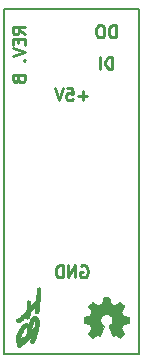
<source format=gbo>
G04 #@! TF.FileFunction,Legend,Bot*
%FSLAX46Y46*%
G04 Gerber Fmt 4.6, Leading zero omitted, Abs format (unit mm)*
G04 Created by KiCad (PCBNEW (2016-05-03 BZR 6266)-product) date Mon Jul 11 04:52:19 2016*
%MOMM*%
%LPD*%
G01*
G04 APERTURE LIST*
%ADD10C,0.350000*%
%ADD11C,0.254000*%
%ADD12C,0.150000*%
%ADD13C,0.050000*%
%ADD14C,0.002540*%
G04 APERTURE END LIST*
D10*
D11*
X142064619Y-89087476D02*
X141580810Y-88748810D01*
X142064619Y-88506905D02*
X141048619Y-88506905D01*
X141048619Y-88893952D01*
X141097000Y-88990714D01*
X141145381Y-89039095D01*
X141242143Y-89087476D01*
X141387286Y-89087476D01*
X141484048Y-89039095D01*
X141532429Y-88990714D01*
X141580810Y-88893952D01*
X141580810Y-88506905D01*
X141532429Y-89522905D02*
X141532429Y-89861571D01*
X142064619Y-90006714D02*
X142064619Y-89522905D01*
X141048619Y-89522905D01*
X141048619Y-90006714D01*
X141048619Y-90297000D02*
X142064619Y-90635667D01*
X141048619Y-90974333D01*
X141967857Y-91313000D02*
X142016238Y-91361381D01*
X142064619Y-91313000D01*
X142016238Y-91264619D01*
X141967857Y-91313000D01*
X142064619Y-91313000D01*
X141532429Y-92909571D02*
X141580810Y-93054714D01*
X141629190Y-93103095D01*
X141725952Y-93151476D01*
X141871095Y-93151476D01*
X141967857Y-93103095D01*
X142016238Y-93054714D01*
X142064619Y-92957952D01*
X142064619Y-92570905D01*
X141048619Y-92570905D01*
X141048619Y-92909571D01*
X141097000Y-93006333D01*
X141145381Y-93054714D01*
X141242143Y-93103095D01*
X141338905Y-93103095D01*
X141435667Y-93054714D01*
X141484048Y-93006333D01*
X141532429Y-92909571D01*
X141532429Y-92570905D01*
X149769285Y-89359619D02*
X149769285Y-88343619D01*
X149527380Y-88343619D01*
X149382238Y-88392000D01*
X149285476Y-88488762D01*
X149237095Y-88585524D01*
X149188714Y-88779048D01*
X149188714Y-88924190D01*
X149237095Y-89117714D01*
X149285476Y-89214476D01*
X149382238Y-89311238D01*
X149527380Y-89359619D01*
X149769285Y-89359619D01*
X148559761Y-88343619D02*
X148366238Y-88343619D01*
X148269476Y-88392000D01*
X148172714Y-88488762D01*
X148124333Y-88682286D01*
X148124333Y-89020952D01*
X148172714Y-89214476D01*
X148269476Y-89311238D01*
X148366238Y-89359619D01*
X148559761Y-89359619D01*
X148656523Y-89311238D01*
X148753285Y-89214476D01*
X148801666Y-89020952D01*
X148801666Y-88682286D01*
X148753285Y-88488762D01*
X148656523Y-88392000D01*
X148559761Y-88343619D01*
X149479000Y-92026619D02*
X149479000Y-91010619D01*
X149237095Y-91010619D01*
X149091953Y-91059000D01*
X148995191Y-91155762D01*
X148946810Y-91252524D01*
X148898429Y-91446048D01*
X148898429Y-91591190D01*
X148946810Y-91784714D01*
X148995191Y-91881476D01*
X149091953Y-91978238D01*
X149237095Y-92026619D01*
X149479000Y-92026619D01*
X148463000Y-92026619D02*
X148463000Y-91010619D01*
X146824095Y-108712000D02*
X146920857Y-108663619D01*
X147066000Y-108663619D01*
X147211142Y-108712000D01*
X147307904Y-108808762D01*
X147356285Y-108905524D01*
X147404666Y-109099048D01*
X147404666Y-109244190D01*
X147356285Y-109437714D01*
X147307904Y-109534476D01*
X147211142Y-109631238D01*
X147066000Y-109679619D01*
X146969238Y-109679619D01*
X146824095Y-109631238D01*
X146775714Y-109582857D01*
X146775714Y-109244190D01*
X146969238Y-109244190D01*
X146340285Y-109679619D02*
X146340285Y-108663619D01*
X145759714Y-109679619D01*
X145759714Y-108663619D01*
X145275904Y-109679619D02*
X145275904Y-108663619D01*
X145033999Y-108663619D01*
X144888857Y-108712000D01*
X144792095Y-108808762D01*
X144743714Y-108905524D01*
X144695333Y-109099048D01*
X144695333Y-109244190D01*
X144743714Y-109437714D01*
X144792095Y-109534476D01*
X144888857Y-109631238D01*
X145033999Y-109679619D01*
X145275904Y-109679619D01*
X147356285Y-94306571D02*
X146582190Y-94306571D01*
X146969238Y-94693619D02*
X146969238Y-93919524D01*
X145614571Y-93677619D02*
X146098380Y-93677619D01*
X146146761Y-94161429D01*
X146098380Y-94113048D01*
X146001618Y-94064667D01*
X145759714Y-94064667D01*
X145662952Y-94113048D01*
X145614571Y-94161429D01*
X145566190Y-94258190D01*
X145566190Y-94500095D01*
X145614571Y-94596857D01*
X145662952Y-94645238D01*
X145759714Y-94693619D01*
X146001618Y-94693619D01*
X146098380Y-94645238D01*
X146146761Y-94596857D01*
X145275904Y-93677619D02*
X144937237Y-94693619D01*
X144598571Y-93677619D01*
D12*
X140335000Y-86995000D02*
X140335000Y-116205000D01*
X151765000Y-86995000D02*
X140335000Y-86995000D01*
X151765000Y-116205000D02*
X151765000Y-86995000D01*
X140335000Y-116205000D02*
X151765000Y-116205000D01*
D13*
G36*
X142892379Y-112955960D02*
X142829298Y-112959227D01*
X142774945Y-112971312D01*
X142761861Y-112976516D01*
X142701545Y-113014324D01*
X142641804Y-113072202D01*
X142583342Y-113149052D01*
X142530729Y-113237293D01*
X142914248Y-113237293D01*
X142928650Y-113263292D01*
X142939792Y-113297345D01*
X142946470Y-113349147D01*
X142948780Y-113415777D01*
X142946820Y-113494317D01*
X142940687Y-113581846D01*
X142930478Y-113675444D01*
X142916291Y-113772190D01*
X142910588Y-113805230D01*
X142902365Y-113849329D01*
X142895695Y-113876600D01*
X142888578Y-113891082D01*
X142879016Y-113896814D01*
X142865010Y-113897834D01*
X142864745Y-113897834D01*
X142846918Y-113899774D01*
X142828778Y-113906956D01*
X142808001Y-113921426D01*
X142782266Y-113945227D01*
X142749251Y-113980403D01*
X142706634Y-114028999D01*
X142678860Y-114061482D01*
X142642636Y-114103840D01*
X142611486Y-114139820D01*
X142587851Y-114166635D01*
X142574175Y-114181501D01*
X142571815Y-114183584D01*
X142570756Y-114177407D01*
X142573623Y-114157857D01*
X142580746Y-114123404D01*
X142592455Y-114072517D01*
X142609082Y-114003667D01*
X142622138Y-113950750D01*
X142655794Y-113823707D01*
X142691842Y-113703312D01*
X142729393Y-113591873D01*
X142767557Y-113491696D01*
X142805444Y-113405087D01*
X142842164Y-113334352D01*
X142876828Y-113281797D01*
X142883262Y-113273876D01*
X142914248Y-113237293D01*
X142530729Y-113237293D01*
X142526863Y-113243776D01*
X142473069Y-113355279D01*
X142422664Y-113482463D01*
X142405205Y-113532709D01*
X142391686Y-113572992D01*
X142380578Y-113606048D01*
X142373741Y-113626346D01*
X142372754Y-113629255D01*
X142361598Y-113631286D01*
X142334760Y-113622546D01*
X142297785Y-113605442D01*
X142255353Y-113585719D01*
X142220505Y-113574868D01*
X142182963Y-113570405D01*
X142150190Y-113569750D01*
X142086830Y-113575041D01*
X142026758Y-113592015D01*
X141966887Y-113622326D01*
X141904129Y-113667626D01*
X141835395Y-113729571D01*
X141816167Y-113748604D01*
X141719280Y-113858179D01*
X141706012Y-113876667D01*
X142168902Y-113876667D01*
X142186601Y-113886693D01*
X142202712Y-113914583D01*
X142216564Y-113957052D01*
X142227483Y-114010818D01*
X142234798Y-114072597D01*
X142237835Y-114139106D01*
X142236078Y-114204750D01*
X142218967Y-114359656D01*
X142188469Y-114517084D01*
X142181746Y-114544600D01*
X142171889Y-114578876D01*
X142159835Y-114606935D01*
X142142112Y-114634424D01*
X142115252Y-114666986D01*
X142088100Y-114696965D01*
X142012121Y-114779356D01*
X141978420Y-114761928D01*
X141934405Y-114747565D01*
X141886903Y-114745232D01*
X141844067Y-114754704D01*
X141823641Y-114766235D01*
X141802566Y-114791246D01*
X141786089Y-114825297D01*
X141783912Y-114832381D01*
X141766120Y-114894784D01*
X141750678Y-114941266D01*
X141735674Y-114976640D01*
X141719197Y-115005719D01*
X141709458Y-115019887D01*
X141690258Y-115043449D01*
X141675476Y-115056307D01*
X141670367Y-115056957D01*
X141661466Y-115039775D01*
X141652041Y-115008898D01*
X141643855Y-114971675D01*
X141638674Y-114935454D01*
X141637790Y-114921325D01*
X141639466Y-114890891D01*
X141644856Y-114848655D01*
X141652821Y-114803419D01*
X141653407Y-114800550D01*
X141679532Y-114699537D01*
X141717688Y-114587574D01*
X141765760Y-114469453D01*
X141821635Y-114349969D01*
X141883196Y-114233916D01*
X141948329Y-114126088D01*
X141956383Y-114113781D01*
X141993803Y-114060087D01*
X142033392Y-114008359D01*
X142072583Y-113961461D01*
X142108808Y-113922255D01*
X142139503Y-113893607D01*
X142162099Y-113878378D01*
X142168902Y-113876667D01*
X141706012Y-113876667D01*
X141628277Y-113984978D01*
X141544956Y-114125453D01*
X141471116Y-114276061D01*
X141408556Y-114433254D01*
X141359074Y-114593488D01*
X141334776Y-114697588D01*
X141321218Y-114778828D01*
X141312639Y-114861281D01*
X141309178Y-114940110D01*
X141310975Y-115010480D01*
X141318170Y-115067554D01*
X141323471Y-115088459D01*
X141345977Y-115146611D01*
X141377057Y-115201564D01*
X141408040Y-115244958D01*
X141444826Y-115293151D01*
X141423681Y-115333680D01*
X141407003Y-115385870D01*
X141409030Y-115437457D01*
X141427493Y-115484995D01*
X141460122Y-115525041D01*
X141504647Y-115554151D01*
X141558798Y-115568880D01*
X141579418Y-115570000D01*
X141617733Y-115567909D01*
X141651840Y-115562596D01*
X141664127Y-115559068D01*
X141690609Y-115544033D01*
X141729795Y-115514851D01*
X141780147Y-115473037D01*
X141840126Y-115420101D01*
X141908195Y-115357557D01*
X141982815Y-115286918D01*
X142062448Y-115209695D01*
X142145557Y-115127401D01*
X142230601Y-115041549D01*
X142316044Y-114953651D01*
X142400348Y-114865220D01*
X142481973Y-114777768D01*
X142559383Y-114692808D01*
X142631037Y-114611851D01*
X142651534Y-114588162D01*
X142681821Y-114553308D01*
X142706288Y-114525834D01*
X142722164Y-114508806D01*
X142726834Y-114504837D01*
X142723590Y-114515825D01*
X142714679Y-114543114D01*
X142701337Y-114582992D01*
X142684796Y-114631751D01*
X142678492Y-114650191D01*
X142637948Y-114762461D01*
X142600375Y-114853862D01*
X142565787Y-114924369D01*
X142534194Y-114973955D01*
X142525986Y-114983974D01*
X142500483Y-115027313D01*
X142493479Y-115074534D01*
X142503940Y-115121355D01*
X142530837Y-115163495D01*
X142573137Y-115196672D01*
X142577830Y-115199157D01*
X142634770Y-115217085D01*
X142692962Y-115215346D01*
X142748309Y-115194752D01*
X142796718Y-115156117D01*
X142797160Y-115155635D01*
X142819169Y-115125276D01*
X142846333Y-115077780D01*
X142877338Y-115016161D01*
X142910868Y-114943436D01*
X142945609Y-114862620D01*
X142980244Y-114776729D01*
X143013460Y-114688778D01*
X143043941Y-114601783D01*
X143059518Y-114554000D01*
X143095635Y-114432990D01*
X143129641Y-114305965D01*
X143161073Y-114175616D01*
X143189465Y-114044633D01*
X143214357Y-113915707D01*
X143235283Y-113791528D01*
X143251781Y-113674787D01*
X143263387Y-113568175D01*
X143269639Y-113474382D01*
X143270072Y-113396099D01*
X143266600Y-113351457D01*
X143245518Y-113251042D01*
X143210211Y-113162321D01*
X143161854Y-113087024D01*
X143101621Y-113026885D01*
X143030685Y-112983637D01*
X143012161Y-112975950D01*
X142956047Y-112961528D01*
X142892379Y-112955960D01*
X142892379Y-112955960D01*
X142892379Y-112955960D01*
G37*
X142892379Y-112955960D02*
X142829298Y-112959227D01*
X142774945Y-112971312D01*
X142761861Y-112976516D01*
X142701545Y-113014324D01*
X142641804Y-113072202D01*
X142583342Y-113149052D01*
X142530729Y-113237293D01*
X142914248Y-113237293D01*
X142928650Y-113263292D01*
X142939792Y-113297345D01*
X142946470Y-113349147D01*
X142948780Y-113415777D01*
X142946820Y-113494317D01*
X142940687Y-113581846D01*
X142930478Y-113675444D01*
X142916291Y-113772190D01*
X142910588Y-113805230D01*
X142902365Y-113849329D01*
X142895695Y-113876600D01*
X142888578Y-113891082D01*
X142879016Y-113896814D01*
X142865010Y-113897834D01*
X142864745Y-113897834D01*
X142846918Y-113899774D01*
X142828778Y-113906956D01*
X142808001Y-113921426D01*
X142782266Y-113945227D01*
X142749251Y-113980403D01*
X142706634Y-114028999D01*
X142678860Y-114061482D01*
X142642636Y-114103840D01*
X142611486Y-114139820D01*
X142587851Y-114166635D01*
X142574175Y-114181501D01*
X142571815Y-114183584D01*
X142570756Y-114177407D01*
X142573623Y-114157857D01*
X142580746Y-114123404D01*
X142592455Y-114072517D01*
X142609082Y-114003667D01*
X142622138Y-113950750D01*
X142655794Y-113823707D01*
X142691842Y-113703312D01*
X142729393Y-113591873D01*
X142767557Y-113491696D01*
X142805444Y-113405087D01*
X142842164Y-113334352D01*
X142876828Y-113281797D01*
X142883262Y-113273876D01*
X142914248Y-113237293D01*
X142530729Y-113237293D01*
X142526863Y-113243776D01*
X142473069Y-113355279D01*
X142422664Y-113482463D01*
X142405205Y-113532709D01*
X142391686Y-113572992D01*
X142380578Y-113606048D01*
X142373741Y-113626346D01*
X142372754Y-113629255D01*
X142361598Y-113631286D01*
X142334760Y-113622546D01*
X142297785Y-113605442D01*
X142255353Y-113585719D01*
X142220505Y-113574868D01*
X142182963Y-113570405D01*
X142150190Y-113569750D01*
X142086830Y-113575041D01*
X142026758Y-113592015D01*
X141966887Y-113622326D01*
X141904129Y-113667626D01*
X141835395Y-113729571D01*
X141816167Y-113748604D01*
X141719280Y-113858179D01*
X141706012Y-113876667D01*
X142168902Y-113876667D01*
X142186601Y-113886693D01*
X142202712Y-113914583D01*
X142216564Y-113957052D01*
X142227483Y-114010818D01*
X142234798Y-114072597D01*
X142237835Y-114139106D01*
X142236078Y-114204750D01*
X142218967Y-114359656D01*
X142188469Y-114517084D01*
X142181746Y-114544600D01*
X142171889Y-114578876D01*
X142159835Y-114606935D01*
X142142112Y-114634424D01*
X142115252Y-114666986D01*
X142088100Y-114696965D01*
X142012121Y-114779356D01*
X141978420Y-114761928D01*
X141934405Y-114747565D01*
X141886903Y-114745232D01*
X141844067Y-114754704D01*
X141823641Y-114766235D01*
X141802566Y-114791246D01*
X141786089Y-114825297D01*
X141783912Y-114832381D01*
X141766120Y-114894784D01*
X141750678Y-114941266D01*
X141735674Y-114976640D01*
X141719197Y-115005719D01*
X141709458Y-115019887D01*
X141690258Y-115043449D01*
X141675476Y-115056307D01*
X141670367Y-115056957D01*
X141661466Y-115039775D01*
X141652041Y-115008898D01*
X141643855Y-114971675D01*
X141638674Y-114935454D01*
X141637790Y-114921325D01*
X141639466Y-114890891D01*
X141644856Y-114848655D01*
X141652821Y-114803419D01*
X141653407Y-114800550D01*
X141679532Y-114699537D01*
X141717688Y-114587574D01*
X141765760Y-114469453D01*
X141821635Y-114349969D01*
X141883196Y-114233916D01*
X141948329Y-114126088D01*
X141956383Y-114113781D01*
X141993803Y-114060087D01*
X142033392Y-114008359D01*
X142072583Y-113961461D01*
X142108808Y-113922255D01*
X142139503Y-113893607D01*
X142162099Y-113878378D01*
X142168902Y-113876667D01*
X141706012Y-113876667D01*
X141628277Y-113984978D01*
X141544956Y-114125453D01*
X141471116Y-114276061D01*
X141408556Y-114433254D01*
X141359074Y-114593488D01*
X141334776Y-114697588D01*
X141321218Y-114778828D01*
X141312639Y-114861281D01*
X141309178Y-114940110D01*
X141310975Y-115010480D01*
X141318170Y-115067554D01*
X141323471Y-115088459D01*
X141345977Y-115146611D01*
X141377057Y-115201564D01*
X141408040Y-115244958D01*
X141444826Y-115293151D01*
X141423681Y-115333680D01*
X141407003Y-115385870D01*
X141409030Y-115437457D01*
X141427493Y-115484995D01*
X141460122Y-115525041D01*
X141504647Y-115554151D01*
X141558798Y-115568880D01*
X141579418Y-115570000D01*
X141617733Y-115567909D01*
X141651840Y-115562596D01*
X141664127Y-115559068D01*
X141690609Y-115544033D01*
X141729795Y-115514851D01*
X141780147Y-115473037D01*
X141840126Y-115420101D01*
X141908195Y-115357557D01*
X141982815Y-115286918D01*
X142062448Y-115209695D01*
X142145557Y-115127401D01*
X142230601Y-115041549D01*
X142316044Y-114953651D01*
X142400348Y-114865220D01*
X142481973Y-114777768D01*
X142559383Y-114692808D01*
X142631037Y-114611851D01*
X142651534Y-114588162D01*
X142681821Y-114553308D01*
X142706288Y-114525834D01*
X142722164Y-114508806D01*
X142726834Y-114504837D01*
X142723590Y-114515825D01*
X142714679Y-114543114D01*
X142701337Y-114582992D01*
X142684796Y-114631751D01*
X142678492Y-114650191D01*
X142637948Y-114762461D01*
X142600375Y-114853862D01*
X142565787Y-114924369D01*
X142534194Y-114973955D01*
X142525986Y-114983974D01*
X142500483Y-115027313D01*
X142493479Y-115074534D01*
X142503940Y-115121355D01*
X142530837Y-115163495D01*
X142573137Y-115196672D01*
X142577830Y-115199157D01*
X142634770Y-115217085D01*
X142692962Y-115215346D01*
X142748309Y-115194752D01*
X142796718Y-115156117D01*
X142797160Y-115155635D01*
X142819169Y-115125276D01*
X142846333Y-115077780D01*
X142877338Y-115016161D01*
X142910868Y-114943436D01*
X142945609Y-114862620D01*
X142980244Y-114776729D01*
X143013460Y-114688778D01*
X143043941Y-114601783D01*
X143059518Y-114554000D01*
X143095635Y-114432990D01*
X143129641Y-114305965D01*
X143161073Y-114175616D01*
X143189465Y-114044633D01*
X143214357Y-113915707D01*
X143235283Y-113791528D01*
X143251781Y-113674787D01*
X143263387Y-113568175D01*
X143269639Y-113474382D01*
X143270072Y-113396099D01*
X143266600Y-113351457D01*
X143245518Y-113251042D01*
X143210211Y-113162321D01*
X143161854Y-113087024D01*
X143101621Y-113026885D01*
X143030685Y-112983637D01*
X143012161Y-112975950D01*
X142956047Y-112961528D01*
X142892379Y-112955960D01*
X142892379Y-112955960D01*
G36*
X143248303Y-110532417D02*
X143200837Y-110538952D01*
X143154347Y-110556692D01*
X143114337Y-110584575D01*
X143099617Y-110600521D01*
X143091819Y-110612724D01*
X143085886Y-110628982D01*
X143081368Y-110652647D01*
X143077815Y-110687067D01*
X143074776Y-110735591D01*
X143071801Y-110801568D01*
X143071467Y-110809837D01*
X143068615Y-110875783D01*
X143064799Y-110956718D01*
X143060326Y-111046507D01*
X143055506Y-111139011D01*
X143050645Y-111228092D01*
X143048994Y-111257292D01*
X143044839Y-111330426D01*
X143041116Y-111396837D01*
X143037989Y-111453511D01*
X143035624Y-111497437D01*
X143034184Y-111525602D01*
X143033810Y-111534703D01*
X143027349Y-111547540D01*
X143009854Y-111572669D01*
X142984083Y-111606324D01*
X142956306Y-111640536D01*
X142929597Y-111671928D01*
X142894076Y-111712680D01*
X142851935Y-111760372D01*
X142805367Y-111812584D01*
X142756564Y-111866895D01*
X142707718Y-111920886D01*
X142661023Y-111972136D01*
X142618670Y-112018226D01*
X142582853Y-112056735D01*
X142555763Y-112085243D01*
X142539594Y-112101331D01*
X142536599Y-112103795D01*
X142533152Y-112096264D01*
X142531336Y-112070033D01*
X142531209Y-112027511D01*
X142532830Y-111971108D01*
X142533145Y-111963517D01*
X142535289Y-111890715D01*
X142534157Y-111834906D01*
X142529008Y-111792068D01*
X142519103Y-111758181D01*
X142503700Y-111729221D01*
X142485591Y-111705309D01*
X142447696Y-111671465D01*
X142402171Y-111647514D01*
X142354907Y-111635330D01*
X142311800Y-111636785D01*
X142292331Y-111643898D01*
X142279651Y-111651808D01*
X142269307Y-111662043D01*
X142261013Y-111676746D01*
X142254486Y-111698055D01*
X142249441Y-111728114D01*
X142245595Y-111769063D01*
X142242663Y-111823044D01*
X142240361Y-111892198D01*
X142238406Y-111978665D01*
X142236901Y-112061625D01*
X142235159Y-112146671D01*
X142232993Y-112225847D01*
X142230519Y-112296431D01*
X142227853Y-112355700D01*
X142225112Y-112400932D01*
X142222413Y-112429404D01*
X142220816Y-112437433D01*
X142209868Y-112454067D01*
X142185785Y-112483191D01*
X142150679Y-112522616D01*
X142106666Y-112570153D01*
X142055859Y-112623613D01*
X142000372Y-112680807D01*
X141942319Y-112739545D01*
X141883815Y-112797638D01*
X141826972Y-112852898D01*
X141773905Y-112903136D01*
X141748388Y-112926653D01*
X141652694Y-113011443D01*
X141568157Y-113081066D01*
X141492866Y-113137006D01*
X141424910Y-113180748D01*
X141411501Y-113188462D01*
X141361802Y-113222118D01*
X141332195Y-113256992D01*
X141321634Y-113295434D01*
X141329076Y-113339793D01*
X141336110Y-113358008D01*
X141368998Y-113411713D01*
X141416873Y-113452817D01*
X141440142Y-113466095D01*
X141479224Y-113479717D01*
X141521886Y-113481155D01*
X141570163Y-113469675D01*
X141626095Y-113444543D01*
X141691720Y-113405023D01*
X141769074Y-113350382D01*
X141776534Y-113344807D01*
X141816664Y-113314438D01*
X141851150Y-113287505D01*
X141883672Y-113260861D01*
X141917907Y-113231356D01*
X141957536Y-113195841D01*
X142006235Y-113151168D01*
X142048513Y-113112000D01*
X142126901Y-113039216D01*
X142139905Y-113077042D01*
X142156449Y-113115522D01*
X142177273Y-113139097D01*
X142208656Y-113153932D01*
X142222268Y-113157925D01*
X142271190Y-113164273D01*
X142321885Y-113159575D01*
X142368801Y-113145529D01*
X142406384Y-113123833D01*
X142429082Y-113096186D01*
X142429812Y-113094467D01*
X142434951Y-113075360D01*
X142442434Y-113039202D01*
X142451599Y-112989895D01*
X142461785Y-112931341D01*
X142472331Y-112867441D01*
X142482575Y-112802096D01*
X142491856Y-112739209D01*
X142499214Y-112685019D01*
X142501775Y-112668789D01*
X142506040Y-112653450D01*
X142513561Y-112636887D01*
X142525888Y-112616985D01*
X142544573Y-112591628D01*
X142571167Y-112558703D01*
X142607223Y-112516093D01*
X142654290Y-112461684D01*
X142709083Y-112398895D01*
X142763130Y-112337027D01*
X142814579Y-112278062D01*
X142861220Y-112224538D01*
X142900843Y-112178994D01*
X142931238Y-112143966D01*
X142950196Y-112121994D01*
X142951730Y-112120201D01*
X142972713Y-112097420D01*
X142987098Y-112085263D01*
X142991417Y-112085578D01*
X142990345Y-112099392D01*
X142987360Y-112130789D01*
X142982808Y-112176308D01*
X142977036Y-112232485D01*
X142970390Y-112295859D01*
X142969898Y-112300510D01*
X142960482Y-112382385D01*
X142951439Y-112447267D01*
X142942972Y-112493915D01*
X142935285Y-112521090D01*
X142932856Y-112525716D01*
X142924056Y-112549524D01*
X142918671Y-112585711D01*
X142917217Y-112625686D01*
X142920207Y-112660861D01*
X142923908Y-112674985D01*
X142942940Y-112697329D01*
X142976998Y-112713086D01*
X143020797Y-112721631D01*
X143069051Y-112722338D01*
X143116478Y-112714581D01*
X143150434Y-112701781D01*
X143180508Y-112682726D01*
X143204037Y-112661476D01*
X143208278Y-112655926D01*
X143216832Y-112633379D01*
X143226281Y-112591533D01*
X143236453Y-112532229D01*
X143247175Y-112457309D01*
X143258275Y-112368615D01*
X143269580Y-112267986D01*
X143280918Y-112157265D01*
X143292117Y-112038293D01*
X143303004Y-111912911D01*
X143313406Y-111782959D01*
X143323152Y-111650280D01*
X143332069Y-111516715D01*
X143339984Y-111384104D01*
X143346726Y-111254289D01*
X143352121Y-111129111D01*
X143352704Y-111113556D01*
X143356847Y-110987856D01*
X143359211Y-110881680D01*
X143359714Y-110793455D01*
X143358276Y-110721605D01*
X143354817Y-110664557D01*
X143349254Y-110620736D01*
X143341509Y-110588569D01*
X143331499Y-110566482D01*
X143324167Y-110557204D01*
X143291247Y-110538147D01*
X143248303Y-110532417D01*
X143248303Y-110532417D01*
X143248303Y-110532417D01*
G37*
X143248303Y-110532417D02*
X143200837Y-110538952D01*
X143154347Y-110556692D01*
X143114337Y-110584575D01*
X143099617Y-110600521D01*
X143091819Y-110612724D01*
X143085886Y-110628982D01*
X143081368Y-110652647D01*
X143077815Y-110687067D01*
X143074776Y-110735591D01*
X143071801Y-110801568D01*
X143071467Y-110809837D01*
X143068615Y-110875783D01*
X143064799Y-110956718D01*
X143060326Y-111046507D01*
X143055506Y-111139011D01*
X143050645Y-111228092D01*
X143048994Y-111257292D01*
X143044839Y-111330426D01*
X143041116Y-111396837D01*
X143037989Y-111453511D01*
X143035624Y-111497437D01*
X143034184Y-111525602D01*
X143033810Y-111534703D01*
X143027349Y-111547540D01*
X143009854Y-111572669D01*
X142984083Y-111606324D01*
X142956306Y-111640536D01*
X142929597Y-111671928D01*
X142894076Y-111712680D01*
X142851935Y-111760372D01*
X142805367Y-111812584D01*
X142756564Y-111866895D01*
X142707718Y-111920886D01*
X142661023Y-111972136D01*
X142618670Y-112018226D01*
X142582853Y-112056735D01*
X142555763Y-112085243D01*
X142539594Y-112101331D01*
X142536599Y-112103795D01*
X142533152Y-112096264D01*
X142531336Y-112070033D01*
X142531209Y-112027511D01*
X142532830Y-111971108D01*
X142533145Y-111963517D01*
X142535289Y-111890715D01*
X142534157Y-111834906D01*
X142529008Y-111792068D01*
X142519103Y-111758181D01*
X142503700Y-111729221D01*
X142485591Y-111705309D01*
X142447696Y-111671465D01*
X142402171Y-111647514D01*
X142354907Y-111635330D01*
X142311800Y-111636785D01*
X142292331Y-111643898D01*
X142279651Y-111651808D01*
X142269307Y-111662043D01*
X142261013Y-111676746D01*
X142254486Y-111698055D01*
X142249441Y-111728114D01*
X142245595Y-111769063D01*
X142242663Y-111823044D01*
X142240361Y-111892198D01*
X142238406Y-111978665D01*
X142236901Y-112061625D01*
X142235159Y-112146671D01*
X142232993Y-112225847D01*
X142230519Y-112296431D01*
X142227853Y-112355700D01*
X142225112Y-112400932D01*
X142222413Y-112429404D01*
X142220816Y-112437433D01*
X142209868Y-112454067D01*
X142185785Y-112483191D01*
X142150679Y-112522616D01*
X142106666Y-112570153D01*
X142055859Y-112623613D01*
X142000372Y-112680807D01*
X141942319Y-112739545D01*
X141883815Y-112797638D01*
X141826972Y-112852898D01*
X141773905Y-112903136D01*
X141748388Y-112926653D01*
X141652694Y-113011443D01*
X141568157Y-113081066D01*
X141492866Y-113137006D01*
X141424910Y-113180748D01*
X141411501Y-113188462D01*
X141361802Y-113222118D01*
X141332195Y-113256992D01*
X141321634Y-113295434D01*
X141329076Y-113339793D01*
X141336110Y-113358008D01*
X141368998Y-113411713D01*
X141416873Y-113452817D01*
X141440142Y-113466095D01*
X141479224Y-113479717D01*
X141521886Y-113481155D01*
X141570163Y-113469675D01*
X141626095Y-113444543D01*
X141691720Y-113405023D01*
X141769074Y-113350382D01*
X141776534Y-113344807D01*
X141816664Y-113314438D01*
X141851150Y-113287505D01*
X141883672Y-113260861D01*
X141917907Y-113231356D01*
X141957536Y-113195841D01*
X142006235Y-113151168D01*
X142048513Y-113112000D01*
X142126901Y-113039216D01*
X142139905Y-113077042D01*
X142156449Y-113115522D01*
X142177273Y-113139097D01*
X142208656Y-113153932D01*
X142222268Y-113157925D01*
X142271190Y-113164273D01*
X142321885Y-113159575D01*
X142368801Y-113145529D01*
X142406384Y-113123833D01*
X142429082Y-113096186D01*
X142429812Y-113094467D01*
X142434951Y-113075360D01*
X142442434Y-113039202D01*
X142451599Y-112989895D01*
X142461785Y-112931341D01*
X142472331Y-112867441D01*
X142482575Y-112802096D01*
X142491856Y-112739209D01*
X142499214Y-112685019D01*
X142501775Y-112668789D01*
X142506040Y-112653450D01*
X142513561Y-112636887D01*
X142525888Y-112616985D01*
X142544573Y-112591628D01*
X142571167Y-112558703D01*
X142607223Y-112516093D01*
X142654290Y-112461684D01*
X142709083Y-112398895D01*
X142763130Y-112337027D01*
X142814579Y-112278062D01*
X142861220Y-112224538D01*
X142900843Y-112178994D01*
X142931238Y-112143966D01*
X142950196Y-112121994D01*
X142951730Y-112120201D01*
X142972713Y-112097420D01*
X142987098Y-112085263D01*
X142991417Y-112085578D01*
X142990345Y-112099392D01*
X142987360Y-112130789D01*
X142982808Y-112176308D01*
X142977036Y-112232485D01*
X142970390Y-112295859D01*
X142969898Y-112300510D01*
X142960482Y-112382385D01*
X142951439Y-112447267D01*
X142942972Y-112493915D01*
X142935285Y-112521090D01*
X142932856Y-112525716D01*
X142924056Y-112549524D01*
X142918671Y-112585711D01*
X142917217Y-112625686D01*
X142920207Y-112660861D01*
X142923908Y-112674985D01*
X142942940Y-112697329D01*
X142976998Y-112713086D01*
X143020797Y-112721631D01*
X143069051Y-112722338D01*
X143116478Y-112714581D01*
X143150434Y-112701781D01*
X143180508Y-112682726D01*
X143204037Y-112661476D01*
X143208278Y-112655926D01*
X143216832Y-112633379D01*
X143226281Y-112591533D01*
X143236453Y-112532229D01*
X143247175Y-112457309D01*
X143258275Y-112368615D01*
X143269580Y-112267986D01*
X143280918Y-112157265D01*
X143292117Y-112038293D01*
X143303004Y-111912911D01*
X143313406Y-111782959D01*
X143323152Y-111650280D01*
X143332069Y-111516715D01*
X143339984Y-111384104D01*
X143346726Y-111254289D01*
X143352121Y-111129111D01*
X143352704Y-111113556D01*
X143356847Y-110987856D01*
X143359211Y-110881680D01*
X143359714Y-110793455D01*
X143358276Y-110721605D01*
X143354817Y-110664557D01*
X143349254Y-110620736D01*
X143341509Y-110588569D01*
X143331499Y-110566482D01*
X143324167Y-110557204D01*
X143291247Y-110538147D01*
X143248303Y-110532417D01*
X143248303Y-110532417D01*
D14*
G36*
X150124160Y-114802920D02*
X150103840Y-114792760D01*
X150060660Y-114764820D01*
X149997160Y-114721640D01*
X149920960Y-114673380D01*
X149847300Y-114620040D01*
X149783800Y-114579400D01*
X149740620Y-114551460D01*
X149722840Y-114541300D01*
X149712680Y-114546380D01*
X149677120Y-114561620D01*
X149623780Y-114589560D01*
X149595840Y-114604800D01*
X149547580Y-114625120D01*
X149522180Y-114630200D01*
X149519640Y-114622580D01*
X149501860Y-114587020D01*
X149473920Y-114523520D01*
X149438360Y-114442240D01*
X149397720Y-114345720D01*
X149352000Y-114241580D01*
X149308820Y-114134900D01*
X149265640Y-114033300D01*
X149230080Y-113941860D01*
X149199600Y-113868200D01*
X149179280Y-113817400D01*
X149171660Y-113794540D01*
X149174200Y-113789460D01*
X149199600Y-113766600D01*
X149240240Y-113736120D01*
X149329140Y-113662460D01*
X149420580Y-113550700D01*
X149473920Y-113423700D01*
X149491700Y-113284000D01*
X149476460Y-113157000D01*
X149425660Y-113030000D01*
X149339300Y-112918240D01*
X149232620Y-112834420D01*
X149108160Y-112783620D01*
X148971000Y-112765840D01*
X148838920Y-112781080D01*
X148711920Y-112831880D01*
X148600160Y-112915700D01*
X148551900Y-112971580D01*
X148485860Y-113085880D01*
X148450300Y-113207800D01*
X148445220Y-113238280D01*
X148450300Y-113370360D01*
X148490940Y-113497360D01*
X148562060Y-113611660D01*
X148658580Y-113705640D01*
X148671280Y-113715800D01*
X148717000Y-113748820D01*
X148747480Y-113774220D01*
X148770340Y-113792000D01*
X148600160Y-114203480D01*
X148572220Y-114266980D01*
X148526500Y-114378740D01*
X148485860Y-114475260D01*
X148452840Y-114554000D01*
X148429980Y-114604800D01*
X148419820Y-114625120D01*
X148419820Y-114627660D01*
X148404580Y-114630200D01*
X148371560Y-114617500D01*
X148315680Y-114589560D01*
X148277580Y-114571780D01*
X148234400Y-114548920D01*
X148214080Y-114541300D01*
X148198840Y-114551460D01*
X148155660Y-114576860D01*
X148094700Y-114617500D01*
X148021040Y-114668300D01*
X147952460Y-114716560D01*
X147886420Y-114759740D01*
X147840700Y-114787680D01*
X147817840Y-114800380D01*
X147815300Y-114800380D01*
X147794980Y-114790220D01*
X147756880Y-114759740D01*
X147701000Y-114706400D01*
X147622260Y-114627660D01*
X147609560Y-114614960D01*
X147546060Y-114548920D01*
X147492720Y-114493040D01*
X147457160Y-114454940D01*
X147444460Y-114437160D01*
X147444460Y-114437160D01*
X147457160Y-114414300D01*
X147485100Y-114368580D01*
X147528280Y-114302540D01*
X147579080Y-114226340D01*
X147716240Y-114028220D01*
X147642580Y-113842800D01*
X147619720Y-113786920D01*
X147589240Y-113715800D01*
X147568920Y-113667540D01*
X147556220Y-113644680D01*
X147535900Y-113639600D01*
X147485100Y-113626900D01*
X147411440Y-113611660D01*
X147322540Y-113593880D01*
X147238720Y-113578640D01*
X147162520Y-113565940D01*
X147109180Y-113553240D01*
X147083780Y-113548160D01*
X147078700Y-113545620D01*
X147073620Y-113532920D01*
X147071080Y-113507520D01*
X147068540Y-113461800D01*
X147068540Y-113390680D01*
X147068540Y-113284000D01*
X147068540Y-113276380D01*
X147068540Y-113174780D01*
X147071080Y-113096040D01*
X147073620Y-113042700D01*
X147076160Y-113022380D01*
X147076160Y-113022380D01*
X147099020Y-113014760D01*
X147154900Y-113004600D01*
X147228560Y-112989360D01*
X147320000Y-112971580D01*
X147325080Y-112971580D01*
X147416520Y-112953800D01*
X147490180Y-112938560D01*
X147543520Y-112925860D01*
X147566380Y-112918240D01*
X147571460Y-112913160D01*
X147589240Y-112877600D01*
X147614640Y-112821720D01*
X147645120Y-112753140D01*
X147673060Y-112682020D01*
X147701000Y-112618520D01*
X147716240Y-112572800D01*
X147721320Y-112549940D01*
X147721320Y-112549940D01*
X147708620Y-112527080D01*
X147678140Y-112481360D01*
X147632420Y-112415320D01*
X147581620Y-112339120D01*
X147576540Y-112334040D01*
X147525740Y-112257840D01*
X147482560Y-112194340D01*
X147454620Y-112148620D01*
X147444460Y-112125760D01*
X147444460Y-112125760D01*
X147462240Y-112102900D01*
X147500340Y-112059720D01*
X147556220Y-112001300D01*
X147622260Y-111935260D01*
X147645120Y-111912400D01*
X147718780Y-111841280D01*
X147769580Y-111793020D01*
X147802600Y-111767620D01*
X147817840Y-111762540D01*
X147817840Y-111762540D01*
X147840700Y-111777780D01*
X147888960Y-111808260D01*
X147955000Y-111853980D01*
X148031200Y-111904780D01*
X148036280Y-111909860D01*
X148112480Y-111960660D01*
X148175980Y-112003840D01*
X148221700Y-112034320D01*
X148242020Y-112044480D01*
X148244560Y-112044480D01*
X148275040Y-112036860D01*
X148328380Y-112016540D01*
X148396960Y-111991140D01*
X148465540Y-111963200D01*
X148531580Y-111935260D01*
X148579840Y-111914940D01*
X148600160Y-111902240D01*
X148602700Y-111899700D01*
X148610320Y-111871760D01*
X148623020Y-111815880D01*
X148638260Y-111737140D01*
X148656040Y-111643160D01*
X148658580Y-111630460D01*
X148676360Y-111539020D01*
X148691600Y-111462820D01*
X148701760Y-111412020D01*
X148706840Y-111391700D01*
X148719540Y-111386620D01*
X148765260Y-111384080D01*
X148831300Y-111381540D01*
X148915120Y-111381540D01*
X148998940Y-111381540D01*
X149082760Y-111384080D01*
X149153880Y-111386620D01*
X149207220Y-111389160D01*
X149227540Y-111394240D01*
X149227540Y-111394240D01*
X149237700Y-111424720D01*
X149247860Y-111480600D01*
X149265640Y-111559340D01*
X149283420Y-111653320D01*
X149285960Y-111668560D01*
X149303740Y-111760000D01*
X149318980Y-111833660D01*
X149329140Y-111884460D01*
X149334220Y-111904780D01*
X149344380Y-111909860D01*
X149379940Y-111925100D01*
X149440900Y-111950500D01*
X149517100Y-111980980D01*
X149692360Y-112052100D01*
X149905720Y-111904780D01*
X149923500Y-111892080D01*
X150002240Y-111841280D01*
X150065740Y-111798100D01*
X150108920Y-111770160D01*
X150126700Y-111760000D01*
X150129240Y-111760000D01*
X150149560Y-111777780D01*
X150192740Y-111818420D01*
X150248620Y-111874300D01*
X150317200Y-111942880D01*
X150368000Y-111991140D01*
X150426420Y-112052100D01*
X150461980Y-112092740D01*
X150482300Y-112118140D01*
X150489920Y-112133380D01*
X150489920Y-112143540D01*
X150474680Y-112166400D01*
X150444200Y-112212120D01*
X150398480Y-112278160D01*
X150347680Y-112354360D01*
X150304500Y-112415320D01*
X150258780Y-112488980D01*
X150228300Y-112539780D01*
X150218140Y-112565180D01*
X150220680Y-112575340D01*
X150235920Y-112615980D01*
X150261320Y-112679480D01*
X150291800Y-112755680D01*
X150368000Y-112925860D01*
X150477220Y-112946180D01*
X150545800Y-112958880D01*
X150639780Y-112976660D01*
X150728680Y-112994440D01*
X150870920Y-113022380D01*
X150876000Y-113535460D01*
X150853140Y-113545620D01*
X150832820Y-113550700D01*
X150779480Y-113563400D01*
X150705820Y-113578640D01*
X150619460Y-113593880D01*
X150543260Y-113609120D01*
X150469600Y-113621820D01*
X150413720Y-113631980D01*
X150390860Y-113637060D01*
X150383240Y-113644680D01*
X150365460Y-113682780D01*
X150340060Y-113741200D01*
X150309580Y-113809780D01*
X150279100Y-113883440D01*
X150251160Y-113949480D01*
X150233380Y-114000280D01*
X150225760Y-114025680D01*
X150238460Y-114046000D01*
X150266400Y-114089180D01*
X150307040Y-114152680D01*
X150357840Y-114228880D01*
X150408640Y-114302540D01*
X150451820Y-114366040D01*
X150482300Y-114411760D01*
X150495000Y-114434620D01*
X150489920Y-114447320D01*
X150459440Y-114482880D01*
X150403560Y-114543840D01*
X150319740Y-114625120D01*
X150304500Y-114637820D01*
X150238460Y-114703860D01*
X150182580Y-114754660D01*
X150141940Y-114790220D01*
X150124160Y-114802920D01*
X150124160Y-114802920D01*
G37*
X150124160Y-114802920D02*
X150103840Y-114792760D01*
X150060660Y-114764820D01*
X149997160Y-114721640D01*
X149920960Y-114673380D01*
X149847300Y-114620040D01*
X149783800Y-114579400D01*
X149740620Y-114551460D01*
X149722840Y-114541300D01*
X149712680Y-114546380D01*
X149677120Y-114561620D01*
X149623780Y-114589560D01*
X149595840Y-114604800D01*
X149547580Y-114625120D01*
X149522180Y-114630200D01*
X149519640Y-114622580D01*
X149501860Y-114587020D01*
X149473920Y-114523520D01*
X149438360Y-114442240D01*
X149397720Y-114345720D01*
X149352000Y-114241580D01*
X149308820Y-114134900D01*
X149265640Y-114033300D01*
X149230080Y-113941860D01*
X149199600Y-113868200D01*
X149179280Y-113817400D01*
X149171660Y-113794540D01*
X149174200Y-113789460D01*
X149199600Y-113766600D01*
X149240240Y-113736120D01*
X149329140Y-113662460D01*
X149420580Y-113550700D01*
X149473920Y-113423700D01*
X149491700Y-113284000D01*
X149476460Y-113157000D01*
X149425660Y-113030000D01*
X149339300Y-112918240D01*
X149232620Y-112834420D01*
X149108160Y-112783620D01*
X148971000Y-112765840D01*
X148838920Y-112781080D01*
X148711920Y-112831880D01*
X148600160Y-112915700D01*
X148551900Y-112971580D01*
X148485860Y-113085880D01*
X148450300Y-113207800D01*
X148445220Y-113238280D01*
X148450300Y-113370360D01*
X148490940Y-113497360D01*
X148562060Y-113611660D01*
X148658580Y-113705640D01*
X148671280Y-113715800D01*
X148717000Y-113748820D01*
X148747480Y-113774220D01*
X148770340Y-113792000D01*
X148600160Y-114203480D01*
X148572220Y-114266980D01*
X148526500Y-114378740D01*
X148485860Y-114475260D01*
X148452840Y-114554000D01*
X148429980Y-114604800D01*
X148419820Y-114625120D01*
X148419820Y-114627660D01*
X148404580Y-114630200D01*
X148371560Y-114617500D01*
X148315680Y-114589560D01*
X148277580Y-114571780D01*
X148234400Y-114548920D01*
X148214080Y-114541300D01*
X148198840Y-114551460D01*
X148155660Y-114576860D01*
X148094700Y-114617500D01*
X148021040Y-114668300D01*
X147952460Y-114716560D01*
X147886420Y-114759740D01*
X147840700Y-114787680D01*
X147817840Y-114800380D01*
X147815300Y-114800380D01*
X147794980Y-114790220D01*
X147756880Y-114759740D01*
X147701000Y-114706400D01*
X147622260Y-114627660D01*
X147609560Y-114614960D01*
X147546060Y-114548920D01*
X147492720Y-114493040D01*
X147457160Y-114454940D01*
X147444460Y-114437160D01*
X147444460Y-114437160D01*
X147457160Y-114414300D01*
X147485100Y-114368580D01*
X147528280Y-114302540D01*
X147579080Y-114226340D01*
X147716240Y-114028220D01*
X147642580Y-113842800D01*
X147619720Y-113786920D01*
X147589240Y-113715800D01*
X147568920Y-113667540D01*
X147556220Y-113644680D01*
X147535900Y-113639600D01*
X147485100Y-113626900D01*
X147411440Y-113611660D01*
X147322540Y-113593880D01*
X147238720Y-113578640D01*
X147162520Y-113565940D01*
X147109180Y-113553240D01*
X147083780Y-113548160D01*
X147078700Y-113545620D01*
X147073620Y-113532920D01*
X147071080Y-113507520D01*
X147068540Y-113461800D01*
X147068540Y-113390680D01*
X147068540Y-113284000D01*
X147068540Y-113276380D01*
X147068540Y-113174780D01*
X147071080Y-113096040D01*
X147073620Y-113042700D01*
X147076160Y-113022380D01*
X147076160Y-113022380D01*
X147099020Y-113014760D01*
X147154900Y-113004600D01*
X147228560Y-112989360D01*
X147320000Y-112971580D01*
X147325080Y-112971580D01*
X147416520Y-112953800D01*
X147490180Y-112938560D01*
X147543520Y-112925860D01*
X147566380Y-112918240D01*
X147571460Y-112913160D01*
X147589240Y-112877600D01*
X147614640Y-112821720D01*
X147645120Y-112753140D01*
X147673060Y-112682020D01*
X147701000Y-112618520D01*
X147716240Y-112572800D01*
X147721320Y-112549940D01*
X147721320Y-112549940D01*
X147708620Y-112527080D01*
X147678140Y-112481360D01*
X147632420Y-112415320D01*
X147581620Y-112339120D01*
X147576540Y-112334040D01*
X147525740Y-112257840D01*
X147482560Y-112194340D01*
X147454620Y-112148620D01*
X147444460Y-112125760D01*
X147444460Y-112125760D01*
X147462240Y-112102900D01*
X147500340Y-112059720D01*
X147556220Y-112001300D01*
X147622260Y-111935260D01*
X147645120Y-111912400D01*
X147718780Y-111841280D01*
X147769580Y-111793020D01*
X147802600Y-111767620D01*
X147817840Y-111762540D01*
X147817840Y-111762540D01*
X147840700Y-111777780D01*
X147888960Y-111808260D01*
X147955000Y-111853980D01*
X148031200Y-111904780D01*
X148036280Y-111909860D01*
X148112480Y-111960660D01*
X148175980Y-112003840D01*
X148221700Y-112034320D01*
X148242020Y-112044480D01*
X148244560Y-112044480D01*
X148275040Y-112036860D01*
X148328380Y-112016540D01*
X148396960Y-111991140D01*
X148465540Y-111963200D01*
X148531580Y-111935260D01*
X148579840Y-111914940D01*
X148600160Y-111902240D01*
X148602700Y-111899700D01*
X148610320Y-111871760D01*
X148623020Y-111815880D01*
X148638260Y-111737140D01*
X148656040Y-111643160D01*
X148658580Y-111630460D01*
X148676360Y-111539020D01*
X148691600Y-111462820D01*
X148701760Y-111412020D01*
X148706840Y-111391700D01*
X148719540Y-111386620D01*
X148765260Y-111384080D01*
X148831300Y-111381540D01*
X148915120Y-111381540D01*
X148998940Y-111381540D01*
X149082760Y-111384080D01*
X149153880Y-111386620D01*
X149207220Y-111389160D01*
X149227540Y-111394240D01*
X149227540Y-111394240D01*
X149237700Y-111424720D01*
X149247860Y-111480600D01*
X149265640Y-111559340D01*
X149283420Y-111653320D01*
X149285960Y-111668560D01*
X149303740Y-111760000D01*
X149318980Y-111833660D01*
X149329140Y-111884460D01*
X149334220Y-111904780D01*
X149344380Y-111909860D01*
X149379940Y-111925100D01*
X149440900Y-111950500D01*
X149517100Y-111980980D01*
X149692360Y-112052100D01*
X149905720Y-111904780D01*
X149923500Y-111892080D01*
X150002240Y-111841280D01*
X150065740Y-111798100D01*
X150108920Y-111770160D01*
X150126700Y-111760000D01*
X150129240Y-111760000D01*
X150149560Y-111777780D01*
X150192740Y-111818420D01*
X150248620Y-111874300D01*
X150317200Y-111942880D01*
X150368000Y-111991140D01*
X150426420Y-112052100D01*
X150461980Y-112092740D01*
X150482300Y-112118140D01*
X150489920Y-112133380D01*
X150489920Y-112143540D01*
X150474680Y-112166400D01*
X150444200Y-112212120D01*
X150398480Y-112278160D01*
X150347680Y-112354360D01*
X150304500Y-112415320D01*
X150258780Y-112488980D01*
X150228300Y-112539780D01*
X150218140Y-112565180D01*
X150220680Y-112575340D01*
X150235920Y-112615980D01*
X150261320Y-112679480D01*
X150291800Y-112755680D01*
X150368000Y-112925860D01*
X150477220Y-112946180D01*
X150545800Y-112958880D01*
X150639780Y-112976660D01*
X150728680Y-112994440D01*
X150870920Y-113022380D01*
X150876000Y-113535460D01*
X150853140Y-113545620D01*
X150832820Y-113550700D01*
X150779480Y-113563400D01*
X150705820Y-113578640D01*
X150619460Y-113593880D01*
X150543260Y-113609120D01*
X150469600Y-113621820D01*
X150413720Y-113631980D01*
X150390860Y-113637060D01*
X150383240Y-113644680D01*
X150365460Y-113682780D01*
X150340060Y-113741200D01*
X150309580Y-113809780D01*
X150279100Y-113883440D01*
X150251160Y-113949480D01*
X150233380Y-114000280D01*
X150225760Y-114025680D01*
X150238460Y-114046000D01*
X150266400Y-114089180D01*
X150307040Y-114152680D01*
X150357840Y-114228880D01*
X150408640Y-114302540D01*
X150451820Y-114366040D01*
X150482300Y-114411760D01*
X150495000Y-114434620D01*
X150489920Y-114447320D01*
X150459440Y-114482880D01*
X150403560Y-114543840D01*
X150319740Y-114625120D01*
X150304500Y-114637820D01*
X150238460Y-114703860D01*
X150182580Y-114754660D01*
X150141940Y-114790220D01*
X150124160Y-114802920D01*
M02*

</source>
